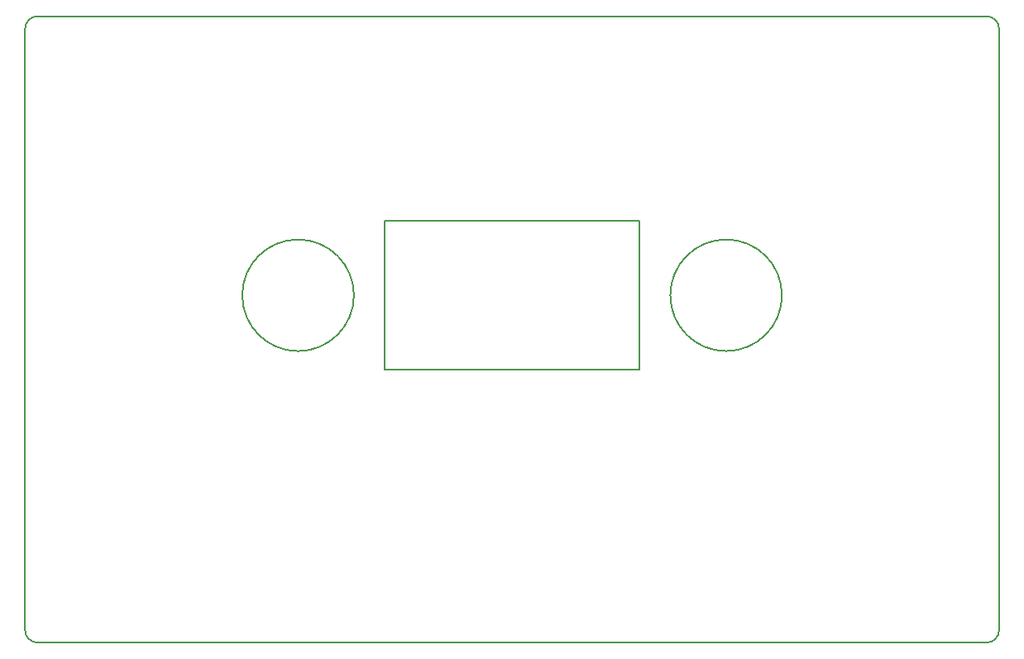
<source format=gm1>
G04 #@! TF.GenerationSoftware,KiCad,Pcbnew,(5.1.8)-1*
G04 #@! TF.CreationDate,2022-02-20T19:10:46+01:00*
G04 #@! TF.ProjectId,PlayOnTape Faceplate A1,506c6179-4f6e-4546-9170-652046616365,rev?*
G04 #@! TF.SameCoordinates,Original*
G04 #@! TF.FileFunction,Profile,NP*
%FSLAX46Y46*%
G04 Gerber Fmt 4.6, Leading zero omitted, Abs format (unit mm)*
G04 Created by KiCad (PCBNEW (5.1.8)-1) date 2022-02-20 19:10:46*
%MOMM*%
%LPD*%
G01*
G04 APERTURE LIST*
G04 #@! TA.AperFunction,Profile*
%ADD10C,0.150000*%
G04 #@! TD*
G04 APERTURE END LIST*
D10*
X147955000Y-106680000D02*
G75*
G03*
X147955000Y-106680000I-5715000J0D01*
G01*
X104140000Y-106680000D02*
G75*
G03*
X104140000Y-106680000I-5715000J0D01*
G01*
X107315000Y-114300000D02*
X107315000Y-99060000D01*
X133350000Y-114300000D02*
X107315000Y-114300000D01*
X133350000Y-99060000D02*
X133350000Y-114300000D01*
X107315000Y-99060000D02*
X133350000Y-99060000D01*
X70485000Y-79375000D02*
X70485000Y-140970000D01*
X168910000Y-78105000D02*
X71755000Y-78105000D01*
X71755000Y-78105000D02*
G75*
G03*
X70485000Y-79375000I0J-1270000D01*
G01*
X170180000Y-79375000D02*
G75*
G03*
X168910000Y-78105000I-1270000J0D01*
G01*
X170180000Y-140970000D02*
X170180000Y-79375000D01*
X168910000Y-142240000D02*
G75*
G03*
X170180000Y-140970000I0J1270000D01*
G01*
X71755000Y-142240000D02*
X168910000Y-142240000D01*
X70485000Y-140970000D02*
G75*
G03*
X71755000Y-142240000I1270000J0D01*
G01*
M02*

</source>
